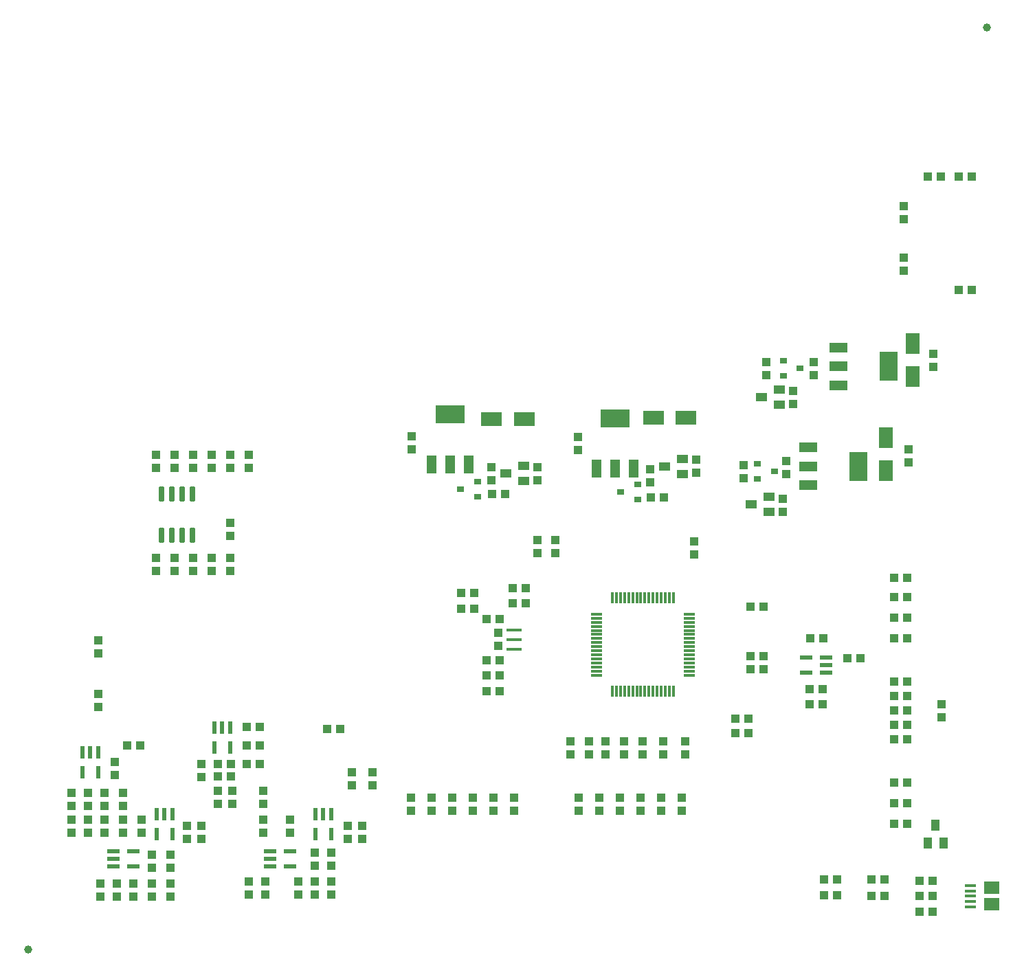
<source format=gbr>
G04 EAGLE Gerber RS-274X export*
G75*
%MOIN*%
%FSLAX34Y34*%
%LPD*%
%INSolderpaste Top*%
%IPPOS*%
%AMOC8*
5,1,8,0,0,1.08239X$1,22.5*%
G01*
%ADD10R,0.058071X0.011811*%
%ADD11R,0.011811X0.058071*%
%ADD12R,0.053150X0.015748*%
%ADD13R,0.074803X0.059055*%
%ADD14R,0.039370X0.039370*%
%ADD15R,0.074803X0.015748*%
%ADD16R,0.039370X0.055118*%
%ADD17R,0.064000X0.024000*%
%ADD18R,0.088000X0.048000*%
%ADD19R,0.086614X0.141732*%
%ADD20R,0.055118X0.039370*%
%ADD21R,0.068898X0.104331*%
%ADD22R,0.035433X0.031496*%
%ADD23R,0.024000X0.064000*%
%ADD24R,0.048000X0.088000*%
%ADD25R,0.141732X0.086614*%
%ADD26R,0.104331X0.068898*%
%ADD27C,0.014173*%
%ADD28C,0.039370*%


D10*
X28241Y16976D03*
X28241Y16780D03*
X28241Y16583D03*
X28241Y16386D03*
X28241Y16189D03*
X28241Y15992D03*
X28241Y15795D03*
X28241Y15598D03*
X28241Y15402D03*
X28241Y15205D03*
X28241Y15008D03*
X28241Y14811D03*
X28241Y14614D03*
X28241Y14417D03*
X28241Y14220D03*
X28241Y14024D03*
D11*
X29024Y13241D03*
X29220Y13241D03*
X29417Y13241D03*
X29614Y13241D03*
X29811Y13241D03*
X30008Y13241D03*
X30205Y13241D03*
X30402Y13241D03*
X30598Y13241D03*
X30795Y13241D03*
X30992Y13241D03*
X31189Y13241D03*
X31386Y13241D03*
X31583Y13241D03*
X31780Y13241D03*
X31976Y13241D03*
D10*
X32759Y14024D03*
X32759Y14220D03*
X32759Y14417D03*
X32759Y14614D03*
X32759Y14811D03*
X32759Y15008D03*
X32759Y15205D03*
X32759Y15402D03*
X32759Y15598D03*
X32759Y15795D03*
X32759Y15992D03*
X32759Y16189D03*
X32759Y16386D03*
X32759Y16583D03*
X32759Y16780D03*
X32759Y16976D03*
D11*
X31976Y17759D03*
X31780Y17759D03*
X31583Y17759D03*
X31386Y17759D03*
X31189Y17759D03*
X30992Y17759D03*
X30795Y17759D03*
X30598Y17759D03*
X30402Y17759D03*
X30205Y17759D03*
X30008Y17759D03*
X29811Y17759D03*
X29614Y17759D03*
X29417Y17759D03*
X29220Y17759D03*
X29024Y17759D03*
D12*
X46376Y2788D03*
X46376Y3044D03*
X46376Y3300D03*
X46376Y3556D03*
X46376Y3812D03*
D13*
X47429Y2906D03*
X47429Y3694D03*
D14*
X43935Y3300D03*
X44565Y3300D03*
X43935Y2550D03*
X44565Y2550D03*
X44565Y4050D03*
X43935Y4050D03*
D15*
X24250Y16222D03*
X24250Y15750D03*
X24250Y15278D03*
D14*
X23500Y15435D03*
X23500Y16065D03*
X22935Y16750D03*
X23565Y16750D03*
X22935Y14750D03*
X23565Y14750D03*
X36365Y14300D03*
X35735Y14300D03*
X42685Y6800D03*
X43315Y6800D03*
D16*
X44700Y6733D03*
X45074Y5867D03*
X44326Y5867D03*
D14*
X42685Y7800D03*
X43315Y7800D03*
X43315Y8800D03*
X42685Y8800D03*
D17*
X39390Y14126D03*
X39390Y14500D03*
X39390Y14874D03*
X38410Y14874D03*
X38410Y14126D03*
D14*
X43315Y12300D03*
X42685Y12300D03*
X43315Y11600D03*
X42685Y11600D03*
X45000Y11985D03*
X45000Y12615D03*
X43315Y13000D03*
X42685Y13000D03*
X39265Y15800D03*
X38635Y15800D03*
X40435Y14850D03*
X41065Y14850D03*
X42685Y10900D03*
X43315Y10900D03*
X43315Y13700D03*
X42685Y13700D03*
X38585Y13350D03*
X39215Y13350D03*
X39215Y12600D03*
X38585Y12600D03*
X35735Y14950D03*
X36365Y14950D03*
X43315Y18750D03*
X42685Y18750D03*
X43315Y17800D03*
X42685Y17800D03*
X43315Y16800D03*
X42685Y16800D03*
X43315Y15800D03*
X42685Y15800D03*
X23565Y13250D03*
X22935Y13250D03*
X22935Y14000D03*
X23565Y14000D03*
X24815Y17500D03*
X24185Y17500D03*
X24815Y18250D03*
X24185Y18250D03*
X22315Y18000D03*
X21685Y18000D03*
X22315Y17250D03*
X21685Y17250D03*
X32550Y10815D03*
X32550Y10185D03*
X31500Y10815D03*
X31500Y10185D03*
X39285Y4100D03*
X39915Y4100D03*
X39285Y3350D03*
X39915Y3350D03*
D18*
X38530Y25060D03*
X38530Y24150D03*
X38530Y23240D03*
D19*
X40970Y24150D03*
D20*
X35767Y22300D03*
X36633Y22674D03*
X36633Y21926D03*
D21*
X42300Y25543D03*
X42300Y23957D03*
D22*
X36056Y24274D03*
X36056Y23526D03*
X36883Y23900D03*
D23*
X15374Y7290D03*
X15000Y7290D03*
X14626Y7290D03*
X14626Y6310D03*
X15374Y6310D03*
D14*
X15400Y5415D03*
X15400Y4785D03*
X16900Y6085D03*
X16900Y6715D03*
X16200Y6715D03*
X16200Y6085D03*
X14600Y4785D03*
X14600Y5415D03*
X14600Y3385D03*
X14600Y4015D03*
X15400Y3385D03*
X15400Y4015D03*
X13800Y4015D03*
X13800Y3385D03*
X12200Y4015D03*
X12200Y3385D03*
X11400Y4015D03*
X11400Y3385D03*
D17*
X12410Y5474D03*
X12410Y5100D03*
X12410Y4726D03*
X13390Y4726D03*
X13390Y5474D03*
D14*
X13400Y6385D03*
X13400Y7015D03*
X12100Y7015D03*
X12100Y6385D03*
X12100Y7785D03*
X12100Y8415D03*
D23*
X10474Y11490D03*
X10100Y11490D03*
X9726Y11490D03*
X9726Y10510D03*
X10474Y10510D03*
D14*
X10600Y7785D03*
X10600Y8415D03*
X9900Y7785D03*
X9900Y8415D03*
X11915Y9700D03*
X11285Y9700D03*
X10515Y9100D03*
X9885Y9100D03*
X10515Y9700D03*
X9885Y9700D03*
X9100Y9085D03*
X9100Y9715D03*
X11915Y11500D03*
X11285Y11500D03*
X11285Y10600D03*
X11915Y10600D03*
D23*
X7674Y7290D03*
X7300Y7290D03*
X6926Y7290D03*
X6926Y6310D03*
X7674Y6310D03*
D14*
X7600Y5315D03*
X7600Y4685D03*
X9100Y6085D03*
X9100Y6715D03*
X8400Y6715D03*
X8400Y6085D03*
X6700Y4685D03*
X6700Y5315D03*
X6700Y3285D03*
X6700Y3915D03*
X7600Y3285D03*
X7600Y3915D03*
X5800Y3915D03*
X5800Y3285D03*
X4200Y3915D03*
X4200Y3285D03*
X5000Y3285D03*
X5000Y3915D03*
D17*
X4810Y5474D03*
X4810Y5100D03*
X4810Y4726D03*
X5790Y4726D03*
X5790Y5474D03*
D14*
X6200Y6385D03*
X6200Y7015D03*
X4400Y7015D03*
X4400Y6385D03*
X5300Y7015D03*
X5300Y6385D03*
D23*
X4074Y10290D03*
X3700Y10290D03*
X3326Y10290D03*
X3326Y9310D03*
X4074Y9310D03*
D14*
X3600Y6385D03*
X3600Y7015D03*
X2800Y6385D03*
X2800Y7015D03*
X5300Y8315D03*
X5300Y7685D03*
X4400Y7685D03*
X4400Y8315D03*
X3600Y7685D03*
X3600Y8315D03*
X2800Y7685D03*
X2800Y8315D03*
X6115Y10600D03*
X5485Y10600D03*
X4900Y9185D03*
X4900Y9815D03*
X27900Y10815D03*
X27900Y10185D03*
X27000Y10815D03*
X27000Y10185D03*
X28700Y10185D03*
X28700Y10815D03*
X29600Y10185D03*
X29600Y10815D03*
X19250Y8065D03*
X19250Y7435D03*
X24250Y8065D03*
X24250Y7435D03*
X23250Y8065D03*
X23250Y7435D03*
X22250Y7435D03*
X22250Y8065D03*
X21250Y8065D03*
X21250Y7435D03*
X20250Y7435D03*
X20250Y8065D03*
X27400Y8065D03*
X27400Y7435D03*
X32400Y8065D03*
X32400Y7435D03*
X31400Y8065D03*
X31400Y7435D03*
X29400Y7435D03*
X29400Y8065D03*
X30400Y8065D03*
X30400Y7435D03*
X28400Y7435D03*
X28400Y8065D03*
X46465Y38200D03*
X45835Y38200D03*
X46465Y32700D03*
X45835Y32700D03*
X44335Y38200D03*
X44965Y38200D03*
X43150Y36135D03*
X43150Y36765D03*
X43150Y33635D03*
X43150Y34265D03*
D24*
X28240Y24030D03*
X29150Y24030D03*
X30060Y24030D03*
D25*
X29150Y26470D03*
D20*
X31567Y24150D03*
X32433Y24524D03*
X32433Y23776D03*
D26*
X31007Y26500D03*
X32593Y26500D03*
D22*
X30244Y22526D03*
X30244Y23274D03*
X29417Y22900D03*
D24*
X20240Y24230D03*
X21150Y24230D03*
X22060Y24230D03*
D25*
X21150Y26670D03*
D20*
X23867Y23800D03*
X24733Y24174D03*
X24733Y23426D03*
D26*
X23157Y26450D03*
X24743Y26450D03*
D22*
X22494Y22676D03*
X22494Y23424D03*
X21667Y23050D03*
D14*
X23150Y23485D03*
X23150Y24115D03*
X23815Y22800D03*
X23185Y22800D03*
X25400Y20565D03*
X25400Y19935D03*
X25400Y24115D03*
X25400Y23485D03*
X19300Y24985D03*
X19300Y25615D03*
X26250Y20565D03*
X26250Y19935D03*
X33100Y24465D03*
X33100Y23835D03*
X27350Y24935D03*
X27350Y25565D03*
X30850Y23385D03*
X30850Y24015D03*
X31515Y22650D03*
X30885Y22650D03*
X36365Y17350D03*
X35735Y17350D03*
X37450Y24415D03*
X37450Y23785D03*
X35400Y23585D03*
X35400Y24215D03*
X37300Y22565D03*
X37300Y21935D03*
X43400Y24335D03*
X43400Y24965D03*
X34985Y11900D03*
X35615Y11900D03*
X41585Y4100D03*
X42215Y4100D03*
X41585Y3300D03*
X42215Y3300D03*
X34985Y11200D03*
X35615Y11200D03*
D18*
X39980Y29910D03*
X39980Y29000D03*
X39980Y28090D03*
D19*
X42420Y29000D03*
D20*
X36267Y27500D03*
X37133Y27874D03*
X37133Y27126D03*
D21*
X43600Y28507D03*
X43600Y30093D03*
D22*
X37306Y29274D03*
X37306Y28526D03*
X38133Y28900D03*
D14*
X33000Y20515D03*
X33000Y19885D03*
X38800Y29215D03*
X38800Y28585D03*
X36500Y28585D03*
X36500Y29215D03*
X37800Y27815D03*
X37800Y27185D03*
X44600Y29615D03*
X44600Y28985D03*
X4100Y13115D03*
X4100Y12485D03*
X30500Y10185D03*
X30500Y10815D03*
X4100Y15715D03*
X4100Y15085D03*
D27*
X8580Y22497D02*
X8580Y23103D01*
X8720Y23103D01*
X8720Y22497D01*
X8580Y22497D01*
X8580Y22632D02*
X8720Y22632D01*
X8720Y22767D02*
X8580Y22767D01*
X8580Y22902D02*
X8720Y22902D01*
X8720Y23037D02*
X8580Y23037D01*
X8080Y23103D02*
X8080Y22497D01*
X8080Y23103D02*
X8220Y23103D01*
X8220Y22497D01*
X8080Y22497D01*
X8080Y22632D02*
X8220Y22632D01*
X8220Y22767D02*
X8080Y22767D01*
X8080Y22902D02*
X8220Y22902D01*
X8220Y23037D02*
X8080Y23037D01*
X7580Y23103D02*
X7580Y22497D01*
X7580Y23103D02*
X7720Y23103D01*
X7720Y22497D01*
X7580Y22497D01*
X7580Y22632D02*
X7720Y22632D01*
X7720Y22767D02*
X7580Y22767D01*
X7580Y22902D02*
X7720Y22902D01*
X7720Y23037D02*
X7580Y23037D01*
X7080Y23103D02*
X7080Y22497D01*
X7080Y23103D02*
X7220Y23103D01*
X7220Y22497D01*
X7080Y22497D01*
X7080Y22632D02*
X7220Y22632D01*
X7220Y22767D02*
X7080Y22767D01*
X7080Y22902D02*
X7220Y22902D01*
X7220Y23037D02*
X7080Y23037D01*
X7080Y21103D02*
X7080Y20497D01*
X7080Y21103D02*
X7220Y21103D01*
X7220Y20497D01*
X7080Y20497D01*
X7080Y20632D02*
X7220Y20632D01*
X7220Y20767D02*
X7080Y20767D01*
X7080Y20902D02*
X7220Y20902D01*
X7220Y21037D02*
X7080Y21037D01*
X7580Y21103D02*
X7580Y20497D01*
X7580Y21103D02*
X7720Y21103D01*
X7720Y20497D01*
X7580Y20497D01*
X7580Y20632D02*
X7720Y20632D01*
X7720Y20767D02*
X7580Y20767D01*
X7580Y20902D02*
X7720Y20902D01*
X7720Y21037D02*
X7580Y21037D01*
X8080Y21103D02*
X8080Y20497D01*
X8080Y21103D02*
X8220Y21103D01*
X8220Y20497D01*
X8080Y20497D01*
X8080Y20632D02*
X8220Y20632D01*
X8220Y20767D02*
X8080Y20767D01*
X8080Y20902D02*
X8220Y20902D01*
X8220Y21037D02*
X8080Y21037D01*
X8580Y21103D02*
X8580Y20497D01*
X8580Y21103D02*
X8720Y21103D01*
X8720Y20497D01*
X8580Y20497D01*
X8580Y20632D02*
X8720Y20632D01*
X8720Y20767D02*
X8580Y20767D01*
X8580Y20902D02*
X8720Y20902D01*
X8720Y21037D02*
X8580Y21037D01*
D14*
X9600Y24715D03*
X9600Y24085D03*
X10500Y24085D03*
X10500Y24715D03*
X11400Y24715D03*
X11400Y24085D03*
X8700Y24715D03*
X8700Y24085D03*
X7800Y24085D03*
X7800Y24715D03*
X6900Y24085D03*
X6900Y24715D03*
X10500Y19715D03*
X10500Y19085D03*
X9600Y19085D03*
X9600Y19715D03*
X6900Y19085D03*
X6900Y19715D03*
X7800Y19085D03*
X7800Y19715D03*
X8700Y19085D03*
X8700Y19715D03*
X10500Y20785D03*
X10500Y21415D03*
D28*
X47200Y45450D03*
X700Y700D03*
D14*
X15185Y11400D03*
X15815Y11400D03*
X16400Y8685D03*
X16400Y9315D03*
X17400Y8685D03*
X17400Y9315D03*
M02*

</source>
